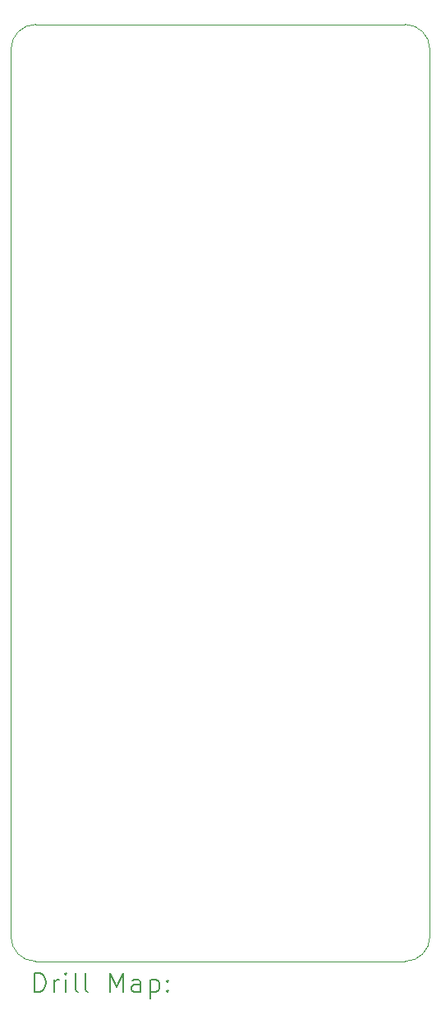
<source format=gbr>
%TF.GenerationSoftware,KiCad,Pcbnew,7.0.2*%
%TF.CreationDate,2023-04-24T21:00:11-04:00*%
%TF.ProjectId,JTAG_Terminal_Block,4a544147-5f54-4657-926d-696e616c5f42,rev?*%
%TF.SameCoordinates,Original*%
%TF.FileFunction,Drillmap*%
%TF.FilePolarity,Positive*%
%FSLAX45Y45*%
G04 Gerber Fmt 4.5, Leading zero omitted, Abs format (unit mm)*
G04 Created by KiCad (PCBNEW 7.0.2) date 2023-04-24 21:00:11*
%MOMM*%
%LPD*%
G01*
G04 APERTURE LIST*
%ADD10C,0.100000*%
%ADD11C,0.200000*%
G04 APERTURE END LIST*
D10*
X17526000Y-12700000D02*
G75*
G03*
X17780000Y-12446000I0J254000D01*
G01*
X13462000Y-12446000D02*
G75*
G03*
X13716000Y-12700000I254000J0D01*
G01*
X17780000Y-3302000D02*
G75*
G03*
X17526000Y-3048000I-254000J0D01*
G01*
X13716000Y-3048000D02*
G75*
G03*
X13462000Y-3302000I0J-254000D01*
G01*
X17780000Y-12446000D02*
X17780000Y-3302000D01*
X13716000Y-12700000D02*
X17526000Y-12700000D01*
X13462000Y-3302000D02*
X13462000Y-12446000D01*
X17526000Y-3048000D02*
X13716000Y-3048000D01*
D11*
X13704619Y-13017524D02*
X13704619Y-12817524D01*
X13704619Y-12817524D02*
X13752238Y-12817524D01*
X13752238Y-12817524D02*
X13780809Y-12827048D01*
X13780809Y-12827048D02*
X13799857Y-12846095D01*
X13799857Y-12846095D02*
X13809381Y-12865143D01*
X13809381Y-12865143D02*
X13818905Y-12903238D01*
X13818905Y-12903238D02*
X13818905Y-12931809D01*
X13818905Y-12931809D02*
X13809381Y-12969905D01*
X13809381Y-12969905D02*
X13799857Y-12988952D01*
X13799857Y-12988952D02*
X13780809Y-13008000D01*
X13780809Y-13008000D02*
X13752238Y-13017524D01*
X13752238Y-13017524D02*
X13704619Y-13017524D01*
X13904619Y-13017524D02*
X13904619Y-12884190D01*
X13904619Y-12922286D02*
X13914143Y-12903238D01*
X13914143Y-12903238D02*
X13923667Y-12893714D01*
X13923667Y-12893714D02*
X13942714Y-12884190D01*
X13942714Y-12884190D02*
X13961762Y-12884190D01*
X14028428Y-13017524D02*
X14028428Y-12884190D01*
X14028428Y-12817524D02*
X14018905Y-12827048D01*
X14018905Y-12827048D02*
X14028428Y-12836571D01*
X14028428Y-12836571D02*
X14037952Y-12827048D01*
X14037952Y-12827048D02*
X14028428Y-12817524D01*
X14028428Y-12817524D02*
X14028428Y-12836571D01*
X14152238Y-13017524D02*
X14133190Y-13008000D01*
X14133190Y-13008000D02*
X14123667Y-12988952D01*
X14123667Y-12988952D02*
X14123667Y-12817524D01*
X14257000Y-13017524D02*
X14237952Y-13008000D01*
X14237952Y-13008000D02*
X14228428Y-12988952D01*
X14228428Y-12988952D02*
X14228428Y-12817524D01*
X14485571Y-13017524D02*
X14485571Y-12817524D01*
X14485571Y-12817524D02*
X14552238Y-12960381D01*
X14552238Y-12960381D02*
X14618905Y-12817524D01*
X14618905Y-12817524D02*
X14618905Y-13017524D01*
X14799857Y-13017524D02*
X14799857Y-12912762D01*
X14799857Y-12912762D02*
X14790333Y-12893714D01*
X14790333Y-12893714D02*
X14771286Y-12884190D01*
X14771286Y-12884190D02*
X14733190Y-12884190D01*
X14733190Y-12884190D02*
X14714143Y-12893714D01*
X14799857Y-13008000D02*
X14780809Y-13017524D01*
X14780809Y-13017524D02*
X14733190Y-13017524D01*
X14733190Y-13017524D02*
X14714143Y-13008000D01*
X14714143Y-13008000D02*
X14704619Y-12988952D01*
X14704619Y-12988952D02*
X14704619Y-12969905D01*
X14704619Y-12969905D02*
X14714143Y-12950857D01*
X14714143Y-12950857D02*
X14733190Y-12941333D01*
X14733190Y-12941333D02*
X14780809Y-12941333D01*
X14780809Y-12941333D02*
X14799857Y-12931809D01*
X14895095Y-12884190D02*
X14895095Y-13084190D01*
X14895095Y-12893714D02*
X14914143Y-12884190D01*
X14914143Y-12884190D02*
X14952238Y-12884190D01*
X14952238Y-12884190D02*
X14971286Y-12893714D01*
X14971286Y-12893714D02*
X14980809Y-12903238D01*
X14980809Y-12903238D02*
X14990333Y-12922286D01*
X14990333Y-12922286D02*
X14990333Y-12979428D01*
X14990333Y-12979428D02*
X14980809Y-12998476D01*
X14980809Y-12998476D02*
X14971286Y-13008000D01*
X14971286Y-13008000D02*
X14952238Y-13017524D01*
X14952238Y-13017524D02*
X14914143Y-13017524D01*
X14914143Y-13017524D02*
X14895095Y-13008000D01*
X15076048Y-12998476D02*
X15085571Y-13008000D01*
X15085571Y-13008000D02*
X15076048Y-13017524D01*
X15076048Y-13017524D02*
X15066524Y-13008000D01*
X15066524Y-13008000D02*
X15076048Y-12998476D01*
X15076048Y-12998476D02*
X15076048Y-13017524D01*
X15076048Y-12893714D02*
X15085571Y-12903238D01*
X15085571Y-12903238D02*
X15076048Y-12912762D01*
X15076048Y-12912762D02*
X15066524Y-12903238D01*
X15066524Y-12903238D02*
X15076048Y-12893714D01*
X15076048Y-12893714D02*
X15076048Y-12912762D01*
M02*

</source>
